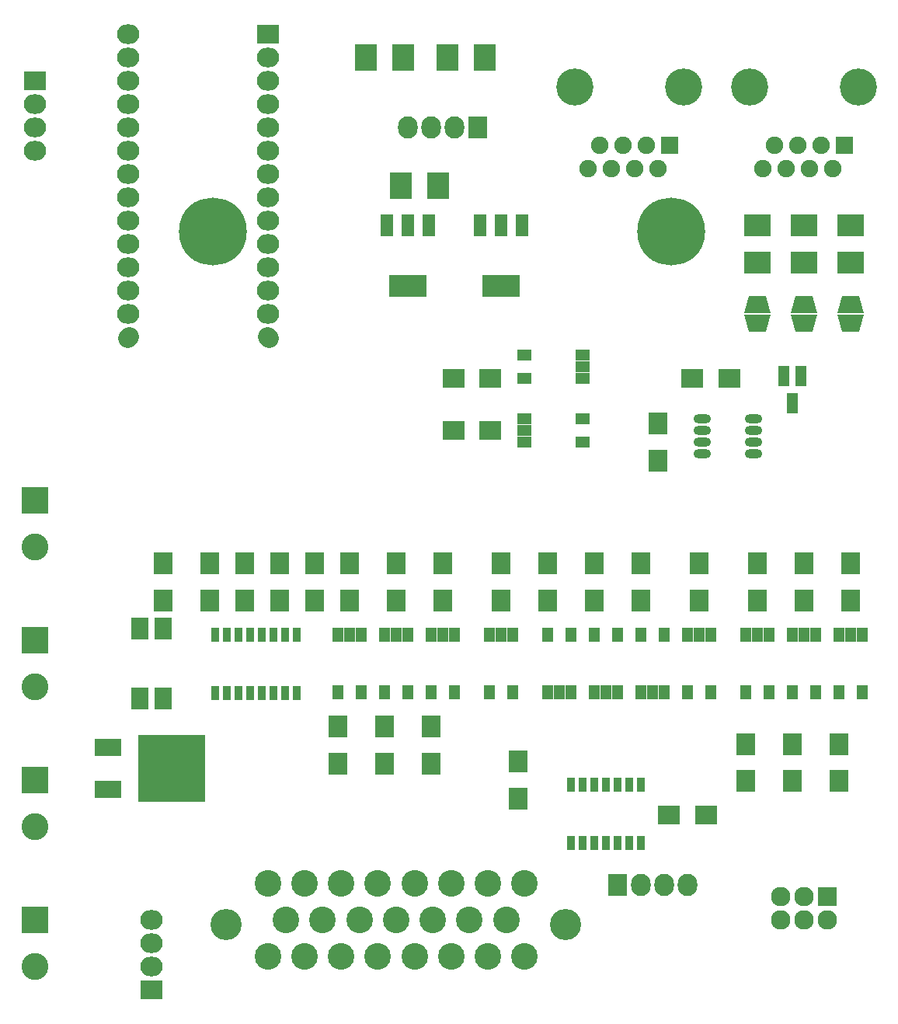
<source format=gbr>
G04 #@! TF.FileFunction,Soldermask,Top*
%FSLAX46Y46*%
G04 Gerber Fmt 4.6, Leading zero omitted, Abs format (unit mm)*
G04 Created by KiCad (PCBNEW 4.0.3+e1-6302~38~ubuntu15.10.1-stable) date Thu Nov 17 05:13:21 2016*
%MOMM*%
%LPD*%
G01*
G04 APERTURE LIST*
%ADD10C,0.200000*%
%ADD11R,2.127200X2.432000*%
%ADD12O,2.127200X2.432000*%
%ADD13C,2.900000*%
%ADD14C,3.400000*%
%ADD15R,2.900000X2.400000*%
%ADD16C,4.049980*%
%ADD17R,1.901140X1.901140*%
%ADD18C,1.901140*%
%ADD19R,2.400000X2.900000*%
%ADD20R,1.200100X2.200860*%
%ADD21R,2.940000X2.940000*%
%ADD22C,2.940000*%
%ADD23R,2.432000X2.127200*%
%ADD24O,2.432000X2.127200*%
%ADD25R,2.100000X2.400000*%
%ADD26R,2.400000X2.100000*%
%ADD27R,1.200000X1.600000*%
%ADD28R,1.600000X1.200000*%
%ADD29O,1.873200X1.009600*%
%ADD30R,2.899360X1.901140*%
%ADD31R,7.400240X7.400240*%
%ADD32R,4.057600X2.432000*%
%ADD33R,1.416000X2.432000*%
%ADD34R,1.924000X2.432000*%
%ADD35R,0.908000X1.543000*%
%ADD36R,2.127200X2.127200*%
%ADD37O,2.127200X2.127200*%
%ADD38C,2.127200*%
%ADD39C,7.400000*%
%ADD40C,1.000000*%
G04 APERTURE END LIST*
D10*
D11*
X97820000Y-75120000D03*
D12*
X95280000Y-75120000D03*
X92740000Y-75120000D03*
X90200000Y-75120000D03*
D13*
X74930000Y-157480000D03*
X78930000Y-157480000D03*
X82930000Y-157480000D03*
X86930000Y-157480000D03*
X90930000Y-157480000D03*
X94930000Y-157480000D03*
X98930000Y-157480000D03*
X102930000Y-157480000D03*
X100930000Y-161480000D03*
X96930000Y-161480000D03*
X92930000Y-161480000D03*
X88930000Y-161480000D03*
X84930000Y-161480000D03*
X80930000Y-161480000D03*
X76930000Y-161480000D03*
X74930000Y-165480000D03*
X78930000Y-165480000D03*
X82930000Y-165480000D03*
X86930000Y-165480000D03*
X90930000Y-165480000D03*
X94930000Y-165480000D03*
X98930000Y-165480000D03*
X102930000Y-165480000D03*
D14*
X70430000Y-161980000D03*
X107430000Y-161980000D03*
D15*
X128300000Y-85820000D03*
X128300000Y-89820000D03*
D16*
X127441480Y-70675000D03*
X139310900Y-70675000D03*
D17*
X137825000Y-77025000D03*
D18*
X136555000Y-79565000D03*
X135285000Y-77025000D03*
X134015000Y-79565000D03*
X132745000Y-77025000D03*
X131475000Y-79565000D03*
X130205000Y-77025000D03*
X128935000Y-79565000D03*
D19*
X89470000Y-81470000D03*
X93470000Y-81470000D03*
D15*
X138460000Y-89820000D03*
X138460000Y-85820000D03*
D20*
X133060000Y-102193860D03*
X131160000Y-102193860D03*
X132110000Y-105196140D03*
D19*
X85660000Y-67500000D03*
X89660000Y-67500000D03*
X94550000Y-67500000D03*
X98550000Y-67500000D03*
D16*
X108391480Y-70675000D03*
X120260900Y-70675000D03*
D17*
X118775000Y-77025000D03*
D18*
X117505000Y-79565000D03*
X116235000Y-77025000D03*
X114965000Y-79565000D03*
X113695000Y-77025000D03*
X112425000Y-79565000D03*
X111155000Y-77025000D03*
X109885000Y-79565000D03*
D10*
G36*
X132430000Y-93490000D02*
X134330000Y-93490000D01*
X134830000Y-95390000D01*
X131930000Y-95390000D01*
X132430000Y-93490000D01*
X132430000Y-93490000D01*
G37*
G36*
X131930000Y-95490000D02*
X134830000Y-95490000D01*
X134330000Y-97390000D01*
X132430000Y-97390000D01*
X131930000Y-95490000D01*
X131930000Y-95490000D01*
G37*
G36*
X129250000Y-97390000D02*
X127350000Y-97390000D01*
X126850000Y-95490000D01*
X129750000Y-95490000D01*
X129250000Y-97390000D01*
X129250000Y-97390000D01*
G37*
G36*
X129750000Y-95390000D02*
X126850000Y-95390000D01*
X127350000Y-93490000D01*
X129250000Y-93490000D01*
X129750000Y-95390000D01*
X129750000Y-95390000D01*
G37*
G36*
X137510000Y-93490000D02*
X139410000Y-93490000D01*
X139910000Y-95390000D01*
X137010000Y-95390000D01*
X137510000Y-93490000D01*
X137510000Y-93490000D01*
G37*
G36*
X137010000Y-95490000D02*
X139910000Y-95490000D01*
X139410000Y-97390000D01*
X137510000Y-97390000D01*
X137010000Y-95490000D01*
X137010000Y-95490000D01*
G37*
D21*
X49560000Y-161480000D03*
D22*
X49560000Y-166560000D03*
D21*
X49560000Y-131000000D03*
D22*
X49560000Y-136080000D03*
D21*
X49560000Y-146240000D03*
D22*
X49560000Y-151320000D03*
D11*
X113060000Y-157670000D03*
D12*
X115600000Y-157670000D03*
X118140000Y-157670000D03*
X120680000Y-157670000D03*
D23*
X62260000Y-169100000D03*
D24*
X62260000Y-166560000D03*
X62260000Y-164020000D03*
X62260000Y-161480000D03*
D25*
X82580000Y-140430000D03*
X82580000Y-144430000D03*
X92740000Y-140430000D03*
X92740000Y-144430000D03*
X87660000Y-140430000D03*
X87660000Y-144430000D03*
X127030000Y-142335000D03*
X127030000Y-146335000D03*
X132110000Y-142335000D03*
X132110000Y-146335000D03*
X137190000Y-142335000D03*
X137190000Y-146335000D03*
X83850000Y-122650000D03*
X83850000Y-126650000D03*
X94010000Y-122650000D03*
X94010000Y-126650000D03*
X88930000Y-122650000D03*
X88930000Y-126650000D03*
X128300000Y-122650000D03*
X128300000Y-126650000D03*
X133380000Y-122650000D03*
X133380000Y-126650000D03*
X138460000Y-122650000D03*
X138460000Y-126650000D03*
X63530000Y-122650000D03*
X63530000Y-126650000D03*
X102265000Y-144240000D03*
X102265000Y-148240000D03*
X100360000Y-122650000D03*
X100360000Y-126650000D03*
D26*
X99185000Y-102425000D03*
X95185000Y-102425000D03*
D25*
X117505000Y-111410000D03*
X117505000Y-107410000D03*
D26*
X121220000Y-102425000D03*
X125220000Y-102425000D03*
D15*
X133380000Y-85820000D03*
X133380000Y-89820000D03*
D26*
X122680000Y-150050000D03*
X118680000Y-150050000D03*
D25*
X110520000Y-122650000D03*
X110520000Y-126650000D03*
X105440000Y-122650000D03*
X105440000Y-126650000D03*
X115600000Y-122650000D03*
X115600000Y-126650000D03*
X80040000Y-126650000D03*
X80040000Y-122650000D03*
X76230000Y-126650000D03*
X76230000Y-122650000D03*
X72420000Y-126650000D03*
X72420000Y-122650000D03*
X68610000Y-126650000D03*
X68610000Y-122650000D03*
D27*
X82580000Y-136690000D03*
X85120000Y-136690000D03*
X85120000Y-130390000D03*
X83850000Y-130390000D03*
X82580000Y-130390000D03*
X92740000Y-136690000D03*
X95280000Y-136690000D03*
X95280000Y-130390000D03*
X94010000Y-130390000D03*
X92740000Y-130390000D03*
X87660000Y-136690000D03*
X90200000Y-136690000D03*
X90200000Y-130390000D03*
X88930000Y-130390000D03*
X87660000Y-130390000D03*
X127030000Y-136690000D03*
X129570000Y-136690000D03*
X129570000Y-130390000D03*
X128300000Y-130390000D03*
X127030000Y-130390000D03*
X132110000Y-136690000D03*
X134650000Y-136690000D03*
X134650000Y-130390000D03*
X133380000Y-130390000D03*
X132110000Y-130390000D03*
X137190000Y-136690000D03*
X139730000Y-136690000D03*
X139730000Y-130390000D03*
X138460000Y-130390000D03*
X137190000Y-130390000D03*
X99090000Y-136690000D03*
X101630000Y-136690000D03*
X101630000Y-130390000D03*
X100360000Y-130390000D03*
X99090000Y-130390000D03*
D28*
X109225000Y-109410000D03*
X109225000Y-106870000D03*
X102925000Y-106870000D03*
X102925000Y-108140000D03*
X102925000Y-109410000D03*
X102925000Y-99885000D03*
X102925000Y-102425000D03*
X109225000Y-102425000D03*
X109225000Y-101155000D03*
X109225000Y-99885000D03*
D29*
X122331000Y-106870000D03*
X122331000Y-108140000D03*
X122331000Y-109410000D03*
X122331000Y-110680000D03*
X127919000Y-110680000D03*
X127919000Y-109410000D03*
X127919000Y-108140000D03*
X127919000Y-106870000D03*
D27*
X113060000Y-130390000D03*
X110520000Y-130390000D03*
X110520000Y-136690000D03*
X111790000Y-136690000D03*
X113060000Y-136690000D03*
X107980000Y-130390000D03*
X105440000Y-130390000D03*
X105440000Y-136690000D03*
X106710000Y-136690000D03*
X107980000Y-136690000D03*
X120680000Y-136690000D03*
X123220000Y-136690000D03*
X123220000Y-130390000D03*
X121950000Y-130390000D03*
X120680000Y-130390000D03*
X118140000Y-130390000D03*
X115600000Y-130390000D03*
X115600000Y-136690000D03*
X116870000Y-136690000D03*
X118140000Y-136690000D03*
D30*
X57540680Y-142694160D03*
X57540680Y-147245840D03*
D31*
X64439320Y-144970000D03*
D32*
X100360000Y-92392000D03*
D33*
X100360000Y-85788000D03*
X98074000Y-85788000D03*
X102646000Y-85788000D03*
D32*
X90200000Y-92392000D03*
D33*
X90200000Y-85788000D03*
X87914000Y-85788000D03*
X92486000Y-85788000D03*
D34*
X63530000Y-129730000D03*
X60990000Y-129730000D03*
X60990000Y-137350000D03*
X63530000Y-137350000D03*
D35*
X115600000Y-146748000D03*
X114330000Y-146748000D03*
X113060000Y-146748000D03*
X111790000Y-146748000D03*
X110520000Y-146748000D03*
X109250000Y-146748000D03*
X107980000Y-146748000D03*
X107980000Y-153098000D03*
X109250000Y-153098000D03*
X111790000Y-153098000D03*
X113060000Y-153098000D03*
X114330000Y-153098000D03*
X115600000Y-153098000D03*
X110520000Y-153098000D03*
X78135000Y-136715000D03*
X75595000Y-136715000D03*
X74325000Y-136715000D03*
X73055000Y-136715000D03*
X71785000Y-136715000D03*
X70515000Y-136715000D03*
X69245000Y-136715000D03*
X69245000Y-130365000D03*
X70515000Y-130365000D03*
X71785000Y-130365000D03*
X73055000Y-130365000D03*
X74325000Y-130365000D03*
X75595000Y-130365000D03*
X76865000Y-130365000D03*
X78135000Y-130365000D03*
X76865000Y-136715000D03*
D21*
X49560000Y-115760000D03*
D22*
X49560000Y-120840000D03*
D26*
X95185000Y-108140000D03*
X99185000Y-108140000D03*
D25*
X121950000Y-122650000D03*
X121950000Y-126650000D03*
D36*
X135920000Y-158940000D03*
D37*
X135920000Y-161480000D03*
X133380000Y-158940000D03*
X133380000Y-161480000D03*
X130840000Y-158940000D03*
X130840000Y-161480000D03*
D23*
X74960000Y-64960000D03*
D24*
X74960000Y-67500000D03*
X74960000Y-70040000D03*
X74960000Y-72580000D03*
X74960000Y-75120000D03*
X74960000Y-77660000D03*
X74960000Y-80200000D03*
X74960000Y-82740000D03*
X74960000Y-85280000D03*
X74960000Y-87820000D03*
X74960000Y-90360000D03*
X74960000Y-92900000D03*
D38*
X74852237Y-97872237D02*
X75067763Y-98087763D01*
X59612237Y-98087763D02*
X59827763Y-97872237D01*
D24*
X59720000Y-92900000D03*
X59720000Y-90360000D03*
X59720000Y-87820000D03*
X59720000Y-85280000D03*
X59720000Y-82740000D03*
X59720000Y-80200000D03*
X59720000Y-77660000D03*
X59720000Y-75120000D03*
X59720000Y-72580000D03*
X59720000Y-70040000D03*
X59720000Y-67500000D03*
X59720000Y-64960000D03*
X74960000Y-95440000D03*
X59720000Y-95440000D03*
D23*
X49560000Y-70040000D03*
D24*
X49560000Y-72580000D03*
X49560000Y-75120000D03*
X49560000Y-77660000D03*
D39*
X68930000Y-86480000D03*
D40*
X71555000Y-86480000D03*
X70786155Y-88336155D03*
X68930000Y-89105000D03*
X67073845Y-88336155D03*
X66305000Y-86480000D03*
X67073845Y-84623845D03*
X68930000Y-83855000D03*
X70786155Y-84623845D03*
D39*
X118930000Y-86480000D03*
D40*
X121555000Y-86480000D03*
X120786155Y-88336155D03*
X118930000Y-89105000D03*
X117073845Y-88336155D03*
X116305000Y-86480000D03*
X117073845Y-84623845D03*
X118930000Y-83855000D03*
X120786155Y-84623845D03*
M02*

</source>
